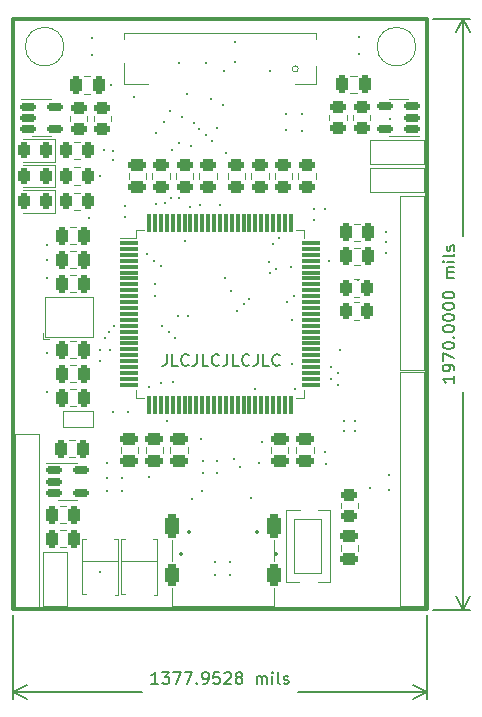
<source format=gto>
%TF.GenerationSoftware,KiCad,Pcbnew,(5.99.0-12605-g2e120528c8)*%
%TF.CreationDate,2021-09-29T20:44:58+08:00*%
%TF.ProjectId,openmv4,6f70656e-6d76-4342-9e6b-696361645f70,rev?*%
%TF.SameCoordinates,Original*%
%TF.FileFunction,Legend,Top*%
%TF.FilePolarity,Positive*%
%FSLAX46Y46*%
G04 Gerber Fmt 4.6, Leading zero omitted, Abs format (unit mm)*
G04 Created by KiCad (PCBNEW (5.99.0-12605-g2e120528c8)) date 2021-09-29 20:44:58*
%MOMM*%
%LPD*%
G01*
G04 APERTURE LIST*
G04 Aperture macros list*
%AMRoundRect*
0 Rectangle with rounded corners*
0 $1 Rounding radius*
0 $2 $3 $4 $5 $6 $7 $8 $9 X,Y pos of 4 corners*
0 Add a 4 corners polygon primitive as box body*
4,1,4,$2,$3,$4,$5,$6,$7,$8,$9,$2,$3,0*
0 Add four circle primitives for the rounded corners*
1,1,$1+$1,$2,$3*
1,1,$1+$1,$4,$5*
1,1,$1+$1,$6,$7*
1,1,$1+$1,$8,$9*
0 Add four rect primitives between the rounded corners*
20,1,$1+$1,$2,$3,$4,$5,0*
20,1,$1+$1,$4,$5,$6,$7,0*
20,1,$1+$1,$6,$7,$8,$9,0*
20,1,$1+$1,$8,$9,$2,$3,0*%
G04 Aperture macros list end*
%TA.AperFunction,Profile*%
%ADD10C,0.100000*%
%TD*%
%TA.AperFunction,Profile*%
%ADD11C,0.300000*%
%TD*%
%ADD12C,0.150000*%
%ADD13C,0.120000*%
%ADD14C,0.304800*%
%ADD15C,0.350000*%
%ADD16O,0.800000X1.100000*%
%ADD17RoundRect,0.250000X0.450000X-0.262500X0.450000X0.262500X-0.450000X0.262500X-0.450000X-0.262500X0*%
%ADD18RoundRect,0.250000X0.250000X0.475000X-0.250000X0.475000X-0.250000X-0.475000X0.250000X-0.475000X0*%
%ADD19RoundRect,0.250000X-0.250000X-0.475000X0.250000X-0.475000X0.250000X0.475000X-0.250000X0.475000X0*%
%ADD20RoundRect,0.150000X-0.512500X-0.150000X0.512500X-0.150000X0.512500X0.150000X-0.512500X0.150000X0*%
%ADD21R,1.800000X1.800000*%
%ADD22C,1.800000*%
%ADD23R,2.000000X2.000000*%
%ADD24R,1.380010X2.000000*%
%ADD25R,1.100000X1.800000*%
%ADD26R,0.300000X0.900000*%
%ADD27RoundRect,0.250000X-0.475000X0.250000X-0.475000X-0.250000X0.475000X-0.250000X0.475000X0.250000X0*%
%ADD28RoundRect,0.250000X0.475000X-0.250000X0.475000X0.250000X-0.475000X0.250000X-0.475000X-0.250000X0*%
%ADD29RoundRect,0.250000X-0.450000X0.262500X-0.450000X-0.262500X0.450000X-0.262500X0.450000X0.262500X0*%
%ADD30RoundRect,0.243750X0.243750X0.456250X-0.243750X0.456250X-0.243750X-0.456250X0.243750X-0.456250X0*%
%ADD31RoundRect,0.250000X0.262500X0.450000X-0.262500X0.450000X-0.262500X-0.450000X0.262500X-0.450000X0*%
%ADD32RoundRect,0.300000X-0.300000X-0.600000X0.300000X-0.600000X0.300000X0.600000X-0.300000X0.600000X0*%
%ADD33RoundRect,0.300000X-0.300000X-0.700000X0.300000X-0.700000X0.300000X0.700000X-0.300000X0.700000X0*%
%ADD34R,0.300000X1.300000*%
%ADD35R,1.400000X1.200000*%
%ADD36R,0.800000X0.864010*%
%ADD37RoundRect,0.250000X-0.262500X-0.450000X0.262500X-0.450000X0.262500X0.450000X-0.262500X0.450000X0*%
%ADD38RoundRect,0.075000X-0.725000X-0.075000X0.725000X-0.075000X0.725000X0.075000X-0.725000X0.075000X0*%
%ADD39RoundRect,0.075000X-0.075000X-0.725000X0.075000X-0.725000X0.075000X0.725000X-0.075000X0.725000X0*%
%ADD40RoundRect,0.150000X0.512500X0.150000X-0.512500X0.150000X-0.512500X-0.150000X0.512500X-0.150000X0*%
G04 APERTURE END LIST*
D10*
X134716772Y-68757800D02*
G75*
G03*
X134716772Y-68757800I-1635886J0D01*
G01*
D11*
X100634800Y-66382800D02*
X135634800Y-66382800D01*
X135634800Y-116382800D02*
X135634800Y-66382800D01*
X100634800Y-116382800D02*
X100634800Y-66382800D01*
X100634800Y-116382800D02*
X135634800Y-116382800D01*
D10*
X104927400Y-68757800D02*
G75*
G03*
X104927400Y-68757800I-1635886J0D01*
G01*
D12*
X113616752Y-94791180D02*
X113616752Y-95505466D01*
X113569133Y-95648323D01*
X113473895Y-95743561D01*
X113331038Y-95791180D01*
X113235800Y-95791180D01*
X114569133Y-95791180D02*
X114092942Y-95791180D01*
X114092942Y-94791180D01*
X115473895Y-95695942D02*
X115426276Y-95743561D01*
X115283419Y-95791180D01*
X115188180Y-95791180D01*
X115045323Y-95743561D01*
X114950085Y-95648323D01*
X114902466Y-95553085D01*
X114854847Y-95362609D01*
X114854847Y-95219752D01*
X114902466Y-95029276D01*
X114950085Y-94934038D01*
X115045323Y-94838800D01*
X115188180Y-94791180D01*
X115283419Y-94791180D01*
X115426276Y-94838800D01*
X115473895Y-94886419D01*
X116188180Y-94791180D02*
X116188180Y-95505466D01*
X116140561Y-95648323D01*
X116045323Y-95743561D01*
X115902466Y-95791180D01*
X115807228Y-95791180D01*
X117140561Y-95791180D02*
X116664371Y-95791180D01*
X116664371Y-94791180D01*
X118045323Y-95695942D02*
X117997704Y-95743561D01*
X117854847Y-95791180D01*
X117759609Y-95791180D01*
X117616752Y-95743561D01*
X117521514Y-95648323D01*
X117473895Y-95553085D01*
X117426276Y-95362609D01*
X117426276Y-95219752D01*
X117473895Y-95029276D01*
X117521514Y-94934038D01*
X117616752Y-94838800D01*
X117759609Y-94791180D01*
X117854847Y-94791180D01*
X117997704Y-94838800D01*
X118045323Y-94886419D01*
X118759609Y-94791180D02*
X118759609Y-95505466D01*
X118711990Y-95648323D01*
X118616752Y-95743561D01*
X118473895Y-95791180D01*
X118378657Y-95791180D01*
X119711990Y-95791180D02*
X119235800Y-95791180D01*
X119235800Y-94791180D01*
X120616752Y-95695942D02*
X120569133Y-95743561D01*
X120426276Y-95791180D01*
X120331038Y-95791180D01*
X120188180Y-95743561D01*
X120092942Y-95648323D01*
X120045323Y-95553085D01*
X119997704Y-95362609D01*
X119997704Y-95219752D01*
X120045323Y-95029276D01*
X120092942Y-94934038D01*
X120188180Y-94838800D01*
X120331038Y-94791180D01*
X120426276Y-94791180D01*
X120569133Y-94838800D01*
X120616752Y-94886419D01*
X121331038Y-94791180D02*
X121331038Y-95505466D01*
X121283419Y-95648323D01*
X121188180Y-95743561D01*
X121045323Y-95791180D01*
X120950085Y-95791180D01*
X122283419Y-95791180D02*
X121807228Y-95791180D01*
X121807228Y-94791180D01*
X123188180Y-95695942D02*
X123140561Y-95743561D01*
X122997704Y-95791180D01*
X122902466Y-95791180D01*
X122759609Y-95743561D01*
X122664371Y-95648323D01*
X122616752Y-95553085D01*
X122569133Y-95362609D01*
X122569133Y-95219752D01*
X122616752Y-95029276D01*
X122664371Y-94934038D01*
X122759609Y-94838800D01*
X122902466Y-94791180D01*
X122997704Y-94791180D01*
X123140561Y-94838800D01*
X123188180Y-94886419D01*
X112896704Y-122708180D02*
X112325276Y-122708180D01*
X112610990Y-122708180D02*
X112610990Y-121708180D01*
X112515752Y-121851038D01*
X112420514Y-121946276D01*
X112325276Y-121993895D01*
X113230038Y-121708180D02*
X113849085Y-121708180D01*
X113515752Y-122089133D01*
X113658609Y-122089133D01*
X113753847Y-122136752D01*
X113801466Y-122184371D01*
X113849085Y-122279609D01*
X113849085Y-122517704D01*
X113801466Y-122612942D01*
X113753847Y-122660561D01*
X113658609Y-122708180D01*
X113372895Y-122708180D01*
X113277657Y-122660561D01*
X113230038Y-122612942D01*
X114182419Y-121708180D02*
X114849085Y-121708180D01*
X114420514Y-122708180D01*
X115134800Y-121708180D02*
X115801466Y-121708180D01*
X115372895Y-122708180D01*
X116182419Y-122612942D02*
X116230038Y-122660561D01*
X116182419Y-122708180D01*
X116134800Y-122660561D01*
X116182419Y-122612942D01*
X116182419Y-122708180D01*
X116706228Y-122708180D02*
X116896704Y-122708180D01*
X116991942Y-122660561D01*
X117039561Y-122612942D01*
X117134800Y-122470085D01*
X117182419Y-122279609D01*
X117182419Y-121898657D01*
X117134800Y-121803419D01*
X117087180Y-121755800D01*
X116991942Y-121708180D01*
X116801466Y-121708180D01*
X116706228Y-121755800D01*
X116658609Y-121803419D01*
X116610990Y-121898657D01*
X116610990Y-122136752D01*
X116658609Y-122231990D01*
X116706228Y-122279609D01*
X116801466Y-122327228D01*
X116991942Y-122327228D01*
X117087180Y-122279609D01*
X117134800Y-122231990D01*
X117182419Y-122136752D01*
X118087180Y-121708180D02*
X117610990Y-121708180D01*
X117563371Y-122184371D01*
X117610990Y-122136752D01*
X117706228Y-122089133D01*
X117944323Y-122089133D01*
X118039561Y-122136752D01*
X118087180Y-122184371D01*
X118134800Y-122279609D01*
X118134800Y-122517704D01*
X118087180Y-122612942D01*
X118039561Y-122660561D01*
X117944323Y-122708180D01*
X117706228Y-122708180D01*
X117610990Y-122660561D01*
X117563371Y-122612942D01*
X118515752Y-121803419D02*
X118563371Y-121755800D01*
X118658609Y-121708180D01*
X118896704Y-121708180D01*
X118991942Y-121755800D01*
X119039561Y-121803419D01*
X119087180Y-121898657D01*
X119087180Y-121993895D01*
X119039561Y-122136752D01*
X118468133Y-122708180D01*
X119087180Y-122708180D01*
X119658609Y-122136752D02*
X119563371Y-122089133D01*
X119515752Y-122041514D01*
X119468133Y-121946276D01*
X119468133Y-121898657D01*
X119515752Y-121803419D01*
X119563371Y-121755800D01*
X119658609Y-121708180D01*
X119849085Y-121708180D01*
X119944323Y-121755800D01*
X119991942Y-121803419D01*
X120039561Y-121898657D01*
X120039561Y-121946276D01*
X119991942Y-122041514D01*
X119944323Y-122089133D01*
X119849085Y-122136752D01*
X119658609Y-122136752D01*
X119563371Y-122184371D01*
X119515752Y-122231990D01*
X119468133Y-122327228D01*
X119468133Y-122517704D01*
X119515752Y-122612942D01*
X119563371Y-122660561D01*
X119658609Y-122708180D01*
X119849085Y-122708180D01*
X119944323Y-122660561D01*
X119991942Y-122612942D01*
X120039561Y-122517704D01*
X120039561Y-122327228D01*
X119991942Y-122231990D01*
X119944323Y-122184371D01*
X119849085Y-122136752D01*
X121230038Y-122708180D02*
X121230038Y-122041514D01*
X121230038Y-122136752D02*
X121277657Y-122089133D01*
X121372895Y-122041514D01*
X121515752Y-122041514D01*
X121610990Y-122089133D01*
X121658609Y-122184371D01*
X121658609Y-122708180D01*
X121658609Y-122184371D02*
X121706228Y-122089133D01*
X121801466Y-122041514D01*
X121944323Y-122041514D01*
X122039561Y-122089133D01*
X122087180Y-122184371D01*
X122087180Y-122708180D01*
X122563371Y-122708180D02*
X122563371Y-122041514D01*
X122563371Y-121708180D02*
X122515752Y-121755800D01*
X122563371Y-121803419D01*
X122610990Y-121755800D01*
X122563371Y-121708180D01*
X122563371Y-121803419D01*
X123182419Y-122708180D02*
X123087180Y-122660561D01*
X123039561Y-122565323D01*
X123039561Y-121708180D01*
X123515752Y-122660561D02*
X123610990Y-122708180D01*
X123801466Y-122708180D01*
X123896704Y-122660561D01*
X123944323Y-122565323D01*
X123944323Y-122517704D01*
X123896704Y-122422466D01*
X123801466Y-122374847D01*
X123658609Y-122374847D01*
X123563371Y-122327228D01*
X123515752Y-122231990D01*
X123515752Y-122184371D01*
X123563371Y-122089133D01*
X123658609Y-122041514D01*
X123801466Y-122041514D01*
X123896704Y-122089133D01*
X100634800Y-116882800D02*
X100634800Y-123992220D01*
X135634800Y-116882800D02*
X135634800Y-123992220D01*
X100634800Y-123405800D02*
X111559800Y-123405800D01*
X124709800Y-123405800D02*
X135634800Y-123405800D01*
X100634800Y-123405800D02*
X101761304Y-123992221D01*
X100634800Y-123405800D02*
X101761304Y-122819379D01*
X135634800Y-123405800D02*
X134508296Y-122819379D01*
X135634800Y-123405800D02*
X134508296Y-123992221D01*
X137985180Y-96639895D02*
X137985180Y-97211323D01*
X137985180Y-96925609D02*
X136985180Y-96925609D01*
X137128038Y-97020847D01*
X137223276Y-97116085D01*
X137270895Y-97211323D01*
X137985180Y-96163704D02*
X137985180Y-95973228D01*
X137937561Y-95877990D01*
X137889942Y-95830371D01*
X137747085Y-95735133D01*
X137556609Y-95687514D01*
X137175657Y-95687514D01*
X137080419Y-95735133D01*
X137032800Y-95782752D01*
X136985180Y-95877990D01*
X136985180Y-96068466D01*
X137032800Y-96163704D01*
X137080419Y-96211323D01*
X137175657Y-96258942D01*
X137413752Y-96258942D01*
X137508990Y-96211323D01*
X137556609Y-96163704D01*
X137604228Y-96068466D01*
X137604228Y-95877990D01*
X137556609Y-95782752D01*
X137508990Y-95735133D01*
X137413752Y-95687514D01*
X136985180Y-95354180D02*
X136985180Y-94687514D01*
X137985180Y-95116085D01*
X136985180Y-94116085D02*
X136985180Y-94020847D01*
X137032800Y-93925609D01*
X137080419Y-93877990D01*
X137175657Y-93830371D01*
X137366133Y-93782752D01*
X137604228Y-93782752D01*
X137794704Y-93830371D01*
X137889942Y-93877990D01*
X137937561Y-93925609D01*
X137985180Y-94020847D01*
X137985180Y-94116085D01*
X137937561Y-94211323D01*
X137889942Y-94258942D01*
X137794704Y-94306561D01*
X137604228Y-94354180D01*
X137366133Y-94354180D01*
X137175657Y-94306561D01*
X137080419Y-94258942D01*
X137032800Y-94211323D01*
X136985180Y-94116085D01*
X137889942Y-93354180D02*
X137937561Y-93306561D01*
X137985180Y-93354180D01*
X137937561Y-93401800D01*
X137889942Y-93354180D01*
X137985180Y-93354180D01*
X136985180Y-92687514D02*
X136985180Y-92592276D01*
X137032800Y-92497038D01*
X137080419Y-92449419D01*
X137175657Y-92401800D01*
X137366133Y-92354180D01*
X137604228Y-92354180D01*
X137794704Y-92401800D01*
X137889942Y-92449419D01*
X137937561Y-92497038D01*
X137985180Y-92592276D01*
X137985180Y-92687514D01*
X137937561Y-92782752D01*
X137889942Y-92830371D01*
X137794704Y-92877990D01*
X137604228Y-92925609D01*
X137366133Y-92925609D01*
X137175657Y-92877990D01*
X137080419Y-92830371D01*
X137032800Y-92782752D01*
X136985180Y-92687514D01*
X136985180Y-91735133D02*
X136985180Y-91639895D01*
X137032800Y-91544657D01*
X137080419Y-91497038D01*
X137175657Y-91449419D01*
X137366133Y-91401800D01*
X137604228Y-91401800D01*
X137794704Y-91449419D01*
X137889942Y-91497038D01*
X137937561Y-91544657D01*
X137985180Y-91639895D01*
X137985180Y-91735133D01*
X137937561Y-91830371D01*
X137889942Y-91877990D01*
X137794704Y-91925609D01*
X137604228Y-91973228D01*
X137366133Y-91973228D01*
X137175657Y-91925609D01*
X137080419Y-91877990D01*
X137032800Y-91830371D01*
X136985180Y-91735133D01*
X136985180Y-90782752D02*
X136985180Y-90687514D01*
X137032800Y-90592276D01*
X137080419Y-90544657D01*
X137175657Y-90497038D01*
X137366133Y-90449419D01*
X137604228Y-90449419D01*
X137794704Y-90497038D01*
X137889942Y-90544657D01*
X137937561Y-90592276D01*
X137985180Y-90687514D01*
X137985180Y-90782752D01*
X137937561Y-90877990D01*
X137889942Y-90925609D01*
X137794704Y-90973228D01*
X137604228Y-91020847D01*
X137366133Y-91020847D01*
X137175657Y-90973228D01*
X137080419Y-90925609D01*
X137032800Y-90877990D01*
X136985180Y-90782752D01*
X136985180Y-89830371D02*
X136985180Y-89735133D01*
X137032800Y-89639895D01*
X137080419Y-89592276D01*
X137175657Y-89544657D01*
X137366133Y-89497038D01*
X137604228Y-89497038D01*
X137794704Y-89544657D01*
X137889942Y-89592276D01*
X137937561Y-89639895D01*
X137985180Y-89735133D01*
X137985180Y-89830371D01*
X137937561Y-89925609D01*
X137889942Y-89973228D01*
X137794704Y-90020847D01*
X137604228Y-90068466D01*
X137366133Y-90068466D01*
X137175657Y-90020847D01*
X137080419Y-89973228D01*
X137032800Y-89925609D01*
X136985180Y-89830371D01*
X137985180Y-88306561D02*
X137318514Y-88306561D01*
X137413752Y-88306561D02*
X137366133Y-88258942D01*
X137318514Y-88163704D01*
X137318514Y-88020847D01*
X137366133Y-87925609D01*
X137461371Y-87877990D01*
X137985180Y-87877990D01*
X137461371Y-87877990D02*
X137366133Y-87830371D01*
X137318514Y-87735133D01*
X137318514Y-87592276D01*
X137366133Y-87497038D01*
X137461371Y-87449419D01*
X137985180Y-87449419D01*
X137985180Y-86973228D02*
X137318514Y-86973228D01*
X136985180Y-86973228D02*
X137032800Y-87020847D01*
X137080419Y-86973228D01*
X137032800Y-86925609D01*
X136985180Y-86973228D01*
X137080419Y-86973228D01*
X137985180Y-86354180D02*
X137937561Y-86449419D01*
X137842323Y-86497038D01*
X136985180Y-86497038D01*
X137937561Y-86020847D02*
X137985180Y-85925609D01*
X137985180Y-85735133D01*
X137937561Y-85639895D01*
X137842323Y-85592276D01*
X137794704Y-85592276D01*
X137699466Y-85639895D01*
X137651847Y-85735133D01*
X137651847Y-85877990D01*
X137604228Y-85973228D01*
X137508990Y-86020847D01*
X137461371Y-86020847D01*
X137366133Y-85973228D01*
X137318514Y-85877990D01*
X137318514Y-85735133D01*
X137366133Y-85639895D01*
X136134800Y-66382800D02*
X139269220Y-66382800D01*
X136134800Y-116420800D02*
X139269220Y-116420800D01*
X138682800Y-66382800D02*
X138682800Y-84826800D01*
X138682800Y-97976800D02*
X138682800Y-116420800D01*
X138682800Y-66382800D02*
X138096379Y-67509304D01*
X138682800Y-66382800D02*
X139269221Y-67509304D01*
X138682800Y-116420800D02*
X139269221Y-115294296D01*
X138682800Y-116420800D02*
X138096379Y-115294296D01*
D13*
%TO.C,R11*%
X114403200Y-79937664D02*
X114403200Y-79483536D01*
X115873200Y-79937664D02*
X115873200Y-79483536D01*
%TO.C,C18*%
X105849052Y-103528800D02*
X105326548Y-103528800D01*
X105849052Y-102058800D02*
X105326548Y-102058800D01*
%TO.C,C1*%
X105453548Y-95708800D02*
X105976052Y-95708800D01*
X105453548Y-97178800D02*
X105976052Y-97178800D01*
%TO.C,U5*%
X105206800Y-107147800D02*
X106006800Y-107147800D01*
X105206800Y-104027800D02*
X103406800Y-104027800D01*
X105206800Y-104027800D02*
X106006800Y-104027800D01*
X105206800Y-107147800D02*
X104406800Y-107147800D01*
%TO.C,J2*%
X133400800Y-95973800D02*
X133400800Y-81368800D01*
X135432800Y-81368800D02*
X135432800Y-96100800D01*
X133400800Y-96100800D02*
X133400800Y-95973800D01*
X135432800Y-81368800D02*
X133400800Y-81368800D01*
X135432800Y-96100800D02*
X133400800Y-96100800D01*
%TO.C,J5*%
X135380800Y-76657200D02*
X135380800Y-78689200D01*
X130808800Y-76657200D02*
X135380800Y-76657200D01*
X130808800Y-78689200D02*
X130808800Y-76657200D01*
X135253800Y-78689200D02*
X130808800Y-78689200D01*
X135380800Y-78689200D02*
X135253800Y-78689200D01*
%TO.C,C9*%
X105976052Y-97740800D02*
X105453548Y-97740800D01*
X105976052Y-99210800D02*
X105453548Y-99210800D01*
%TO.C,D5*%
X112826800Y-112293400D02*
X109778800Y-112293400D01*
X109778800Y-115138200D02*
X110134400Y-115138200D01*
X109778800Y-115138200D02*
X109778800Y-110413800D01*
X112826800Y-110439200D02*
X112496600Y-110439200D01*
X109778800Y-110413800D02*
X110083600Y-110413800D01*
X112826800Y-115163600D02*
X112547400Y-115163600D01*
X112826800Y-110439200D02*
X112826800Y-115163600D01*
%TO.C,SW1*%
X126669800Y-113334800D02*
X126669800Y-108762800D01*
X126415800Y-108000800D02*
X126796800Y-108000800D01*
X127431800Y-108000800D02*
X126415800Y-108000800D01*
X124383800Y-108762800D02*
X124383800Y-113334800D01*
X126669800Y-108762800D02*
X124383800Y-108762800D01*
X123748800Y-108000800D02*
X124891800Y-108000800D01*
X127431800Y-108000800D02*
X127431800Y-114096800D01*
X124383800Y-113334800D02*
X126669800Y-113334800D01*
X123748800Y-114096800D02*
X123748800Y-108000800D01*
X123748800Y-114096800D02*
X124891800Y-114096800D01*
X127431800Y-114096800D02*
X126415800Y-114096800D01*
%TO.C,F1*%
X126288800Y-71907400D02*
X126288800Y-70383400D01*
X110032800Y-70129400D02*
X110032800Y-71907400D01*
X126288800Y-68097400D02*
X126288800Y-67589400D01*
X110032800Y-67589400D02*
X110032800Y-68097400D01*
X110032800Y-71907400D02*
X112064800Y-71907400D01*
X126288800Y-67589400D02*
X110032800Y-67589400D01*
X124510800Y-71907400D02*
X126288800Y-71907400D01*
X124764800Y-70637400D02*
G75*
G03*
X124764800Y-70637400I-254000J0D01*
G01*
%TO.C,J4*%
X105206800Y-111556800D02*
X105206800Y-116128800D01*
X103174800Y-116001800D02*
X103174800Y-111556800D01*
X103174800Y-116128800D02*
X103174800Y-116001800D01*
X105206800Y-116128800D02*
X103174800Y-116128800D01*
X103174800Y-111556800D02*
X105206800Y-111556800D01*
%TO.C,C2*%
X110415400Y-79469348D02*
X110415400Y-79991852D01*
X111885400Y-79469348D02*
X111885400Y-79991852D01*
%TO.C,C20*%
X107169852Y-71274000D02*
X106647348Y-71274000D01*
X107169852Y-72744000D02*
X106647348Y-72744000D01*
%TO.C,C5*%
X113307800Y-103182052D02*
X113307800Y-102659548D01*
X111837800Y-103182052D02*
X111837800Y-102659548D01*
%TO.C,R7*%
X118797400Y-79483536D02*
X118797400Y-79937664D01*
X120267400Y-79483536D02*
X120267400Y-79937664D01*
%TO.C,C12*%
X123925000Y-102659548D02*
X123925000Y-103182052D01*
X122455000Y-102659548D02*
X122455000Y-103182052D01*
%TO.C,R13*%
X128347800Y-107846864D02*
X128347800Y-107392736D01*
X129817800Y-107846864D02*
X129817800Y-107392736D01*
%TO.C,J6*%
X130808800Y-79019400D02*
X135380800Y-79019400D01*
X135380800Y-81051400D02*
X135253800Y-81051400D01*
X130808800Y-81051400D02*
X130808800Y-79019400D01*
X135380800Y-79019400D02*
X135380800Y-81051400D01*
X135253800Y-81051400D02*
X130808800Y-81051400D01*
%TO.C,D2*%
X104174000Y-78745200D02*
X101489000Y-78745200D01*
X104174000Y-80665200D02*
X104174000Y-78745200D01*
X101489000Y-80665200D02*
X104174000Y-80665200D01*
%TO.C,C4*%
X126058600Y-103182052D02*
X126058600Y-102659548D01*
X124588600Y-103182052D02*
X124588600Y-102659548D01*
%TO.C,R3*%
X106272064Y-80440200D02*
X105817936Y-80440200D01*
X106272064Y-78970200D02*
X105817936Y-78970200D01*
%TO.C,R2*%
X106272064Y-76811200D02*
X105817936Y-76811200D01*
X106272064Y-78281200D02*
X105817936Y-78281200D01*
%TO.C,U8*%
X122706800Y-114599800D02*
X122706800Y-116123800D01*
X114070800Y-110535800D02*
X114070800Y-112313800D01*
X122706800Y-110535800D02*
X122706800Y-112313800D01*
X114070800Y-116123800D02*
X114070800Y-114599800D01*
X122706800Y-116123800D02*
X114324800Y-116123800D01*
X114324800Y-116123800D02*
X114070800Y-116123800D01*
%TO.C,C13*%
X105976052Y-88088800D02*
X105453548Y-88088800D01*
X105976052Y-89558800D02*
X105453548Y-89558800D01*
%TO.C,C19*%
X129177148Y-72693200D02*
X129699652Y-72693200D01*
X129177148Y-71223200D02*
X129699652Y-71223200D01*
%TO.C,C7*%
X105453548Y-84024800D02*
X105976052Y-84024800D01*
X105453548Y-85494800D02*
X105976052Y-85494800D01*
%TO.C,C16*%
X105087052Y-109116800D02*
X104564548Y-109116800D01*
X105087052Y-107646800D02*
X104564548Y-107646800D01*
%TO.C,C8*%
X111199600Y-102659548D02*
X111199600Y-103182052D01*
X109729600Y-102659548D02*
X109729600Y-103182052D01*
%TO.C,C14*%
X113946000Y-102659548D02*
X113946000Y-103182052D01*
X115416000Y-102659548D02*
X115416000Y-103182052D01*
%TO.C,D3*%
X104174000Y-80904200D02*
X101489000Y-80904200D01*
X104174000Y-82824200D02*
X104174000Y-80904200D01*
X101489000Y-82824200D02*
X104174000Y-82824200D01*
%TO.C,C10*%
X129487348Y-87247400D02*
X130009852Y-87247400D01*
X129487348Y-85777400D02*
X130009852Y-85777400D01*
%TO.C,R17*%
X107449800Y-74595736D02*
X107449800Y-75049864D01*
X108919800Y-74595736D02*
X108919800Y-75049864D01*
%TO.C,R9*%
X129919464Y-88444400D02*
X129465336Y-88444400D01*
X129919464Y-89914400D02*
X129465336Y-89914400D01*
%TO.C,R1*%
X116384400Y-79932264D02*
X116384400Y-79478136D01*
X117854400Y-79932264D02*
X117854400Y-79478136D01*
%TO.C,Y1*%
X103124000Y-92989400D02*
X103124000Y-93497400D01*
X103124000Y-93497400D02*
X103632000Y-93497400D01*
X103301800Y-89916000D02*
X103301800Y-93319600D01*
X107365800Y-93319600D02*
X107365800Y-89966800D01*
X103327200Y-93319600D02*
X107365800Y-93319600D01*
X107365800Y-89916000D02*
X103301800Y-89916000D01*
%TO.C,R6*%
X124229800Y-79483536D02*
X124229800Y-79937664D01*
X122759800Y-79483536D02*
X122759800Y-79937664D01*
%TO.C,R5*%
X124766400Y-79483536D02*
X124766400Y-79937664D01*
X126236400Y-79483536D02*
X126236400Y-79937664D01*
%TO.C,C11*%
X105453548Y-93676800D02*
X105976052Y-93676800D01*
X105453548Y-95146800D02*
X105976052Y-95146800D01*
%TO.C,R4*%
X106272064Y-82599200D02*
X105817936Y-82599200D01*
X106272064Y-81129200D02*
X105817936Y-81129200D01*
%TO.C,U7*%
X103057300Y-73217600D02*
X103857300Y-73217600D01*
X103057300Y-76337600D02*
X103857300Y-76337600D01*
X103057300Y-73217600D02*
X101257300Y-73217600D01*
X103057300Y-76337600D02*
X102257300Y-76337600D01*
%TO.C,R12*%
X113892000Y-79937664D02*
X113892000Y-79483536D01*
X112422000Y-79937664D02*
X112422000Y-79483536D01*
%TO.C,L1*%
X107365800Y-99618800D02*
X107365800Y-100990400D01*
X104825800Y-99618800D02*
X105816400Y-99618800D01*
X107365800Y-100990400D02*
X104825800Y-100990400D01*
X104825800Y-100990400D02*
X104825800Y-99618800D01*
X105816400Y-99618800D02*
X107365800Y-99618800D01*
%TO.C,C17*%
X128347800Y-110914548D02*
X128347800Y-111437052D01*
X129817800Y-110914548D02*
X129817800Y-111437052D01*
%TO.C,J1*%
X100761800Y-116255800D02*
X100761800Y-101523800D01*
X100761800Y-101523800D02*
X102793800Y-101523800D01*
X102793800Y-101650800D02*
X102793800Y-116255800D01*
X100761800Y-116255800D02*
X102793800Y-116255800D01*
X102793800Y-101523800D02*
X102793800Y-101650800D01*
%TO.C,R8*%
X129465336Y-90400200D02*
X129919464Y-90400200D01*
X129465336Y-91870200D02*
X129919464Y-91870200D01*
%TO.C,R16*%
X105439800Y-74595736D02*
X105439800Y-75049864D01*
X106909800Y-74595736D02*
X106909800Y-75049864D01*
%TO.C,R15*%
X128876800Y-74525136D02*
X128876800Y-74979264D01*
X127406800Y-74525136D02*
X127406800Y-74979264D01*
%TO.C,U2*%
X111024800Y-98492800D02*
X111024800Y-97792800D01*
X124544800Y-98492800D02*
X125244800Y-98492800D01*
X125244800Y-84272800D02*
X125244800Y-84972800D01*
X111024800Y-84972800D02*
X109659800Y-84972800D01*
X111724800Y-98492800D02*
X111024800Y-98492800D01*
X125244800Y-98492800D02*
X125244800Y-97792800D01*
X124544800Y-84272800D02*
X125244800Y-84272800D01*
X111024800Y-84272800D02*
X111024800Y-84972800D01*
X111724800Y-84272800D02*
X111024800Y-84272800D01*
%TO.C,R10*%
X122248600Y-79483536D02*
X122248600Y-79937664D01*
X120778600Y-79483536D02*
X120778600Y-79937664D01*
%TO.C,C6*%
X105453548Y-86056800D02*
X105976052Y-86056800D01*
X105453548Y-87526800D02*
X105976052Y-87526800D01*
%TO.C,J3*%
X133400800Y-116141500D02*
X133400800Y-96304100D01*
X133400800Y-96329500D02*
X135432800Y-96329500D01*
X133400800Y-116141500D02*
X135432800Y-116141500D01*
X135432800Y-96329500D02*
X135432800Y-116141500D01*
%TO.C,C3*%
X130009852Y-83745400D02*
X129487348Y-83745400D01*
X130009852Y-85215400D02*
X129487348Y-85215400D01*
%TO.C,R14*%
X130859800Y-74525736D02*
X130859800Y-74979864D01*
X129389800Y-74525736D02*
X129389800Y-74979864D01*
%TO.C,U6*%
X133221800Y-76324800D02*
X132421800Y-76324800D01*
X133221800Y-76324800D02*
X135021800Y-76324800D01*
X133221800Y-73204800D02*
X134021800Y-73204800D01*
X133221800Y-73204800D02*
X132421800Y-73204800D01*
%TO.C,D4*%
X109524800Y-110439200D02*
X109524800Y-115163600D01*
X106476800Y-115138200D02*
X106476800Y-110413800D01*
X106476800Y-110413800D02*
X106781600Y-110413800D01*
X106476800Y-115138200D02*
X106832400Y-115138200D01*
X109524800Y-115163600D02*
X109245400Y-115163600D01*
X109524800Y-112293400D02*
X106476800Y-112293400D01*
X109524800Y-110439200D02*
X109194600Y-110439200D01*
%TO.C,C15*%
X105087052Y-109678800D02*
X104564548Y-109678800D01*
X105087052Y-111148800D02*
X104564548Y-111148800D01*
%TO.C,D1*%
X104174000Y-76586200D02*
X101489000Y-76586200D01*
X104174000Y-78506200D02*
X104174000Y-76586200D01*
X101489000Y-78506200D02*
X104174000Y-78506200D01*
%TD*%
D14*
X125069600Y-75869800D03*
X123748800Y-74472800D03*
X107264200Y-69494400D03*
X125069600Y-74498200D03*
X108583800Y-105244800D03*
X128649800Y-100418800D03*
X103503800Y-88353800D03*
X132205800Y-86194800D03*
X110845600Y-72999600D03*
X129538800Y-101307800D03*
X114681000Y-70104000D03*
X132459800Y-106260800D03*
X116992400Y-70104000D03*
X109118400Y-78384400D03*
X126998800Y-82511800D03*
X112647800Y-89877800D03*
X116711800Y-103847800D03*
X126109800Y-82511800D03*
X117727800Y-112356800D03*
X121664800Y-102196800D03*
X108583800Y-106387800D03*
X124204800Y-95592800D03*
X121410800Y-103974800D03*
X107264200Y-68021200D03*
X126109800Y-83400800D03*
X117854800Y-104863800D03*
X108583800Y-103974800D03*
X129870200Y-69418200D03*
X109091800Y-99656800D03*
X110107800Y-83146800D03*
X129895600Y-67945000D03*
X132205800Y-85305800D03*
X118997800Y-112356800D03*
X108837800Y-94449800D03*
X112647800Y-88861800D03*
X110107800Y-82257800D03*
X103503800Y-85559800D03*
X109853800Y-106387800D03*
X103503800Y-94703800D03*
X116711800Y-104863800D03*
X117854800Y-103847800D03*
X128649800Y-101307800D03*
X118997800Y-113499800D03*
X114552800Y-91528800D03*
X109093000Y-77571600D03*
X132205800Y-84416800D03*
X103503800Y-86829800D03*
X129538800Y-100418800D03*
X110361800Y-99656800D03*
X107948800Y-94449800D03*
X115441800Y-91528800D03*
X117727800Y-113499800D03*
X107948800Y-95338800D03*
X127125800Y-104101800D03*
X109853800Y-105244800D03*
X103503800Y-98005800D03*
X132459800Y-104990800D03*
X128295400Y-94462600D03*
X123748800Y-75844400D03*
X127050800Y-103098600D03*
X130860800Y-106106800D03*
X129792800Y-88480800D03*
X116535200Y-101955600D03*
X112154800Y-105202800D03*
X112144800Y-97612800D03*
X116654800Y-106362800D03*
X120734800Y-107002800D03*
X119405400Y-68402200D03*
X119380000Y-70078600D03*
X122377200Y-70789800D03*
X118465600Y-70840600D03*
X108940600Y-71983600D03*
X114071400Y-77546200D03*
X114019400Y-81597400D03*
X114705200Y-81572000D03*
X114681000Y-76936600D03*
X118618000Y-77724000D03*
X118541800Y-88366600D03*
X115619600Y-82308600D03*
X115646200Y-77190600D03*
X118134200Y-82181600D03*
X117475000Y-76708000D03*
X116941600Y-76200000D03*
X113105000Y-97193000D03*
X113155800Y-87312400D03*
X118387430Y-73688970D03*
X119075200Y-89433400D03*
X117906800Y-75641200D03*
X117396830Y-73231770D03*
X112571600Y-86880600D03*
X116420900Y-82181700D03*
X116382800Y-75717400D03*
X114146400Y-97167600D03*
X115900200Y-75184000D03*
X111987400Y-86347200D03*
X115382800Y-72749170D03*
X120144800Y-90522800D03*
X114884200Y-74701400D03*
X112725200Y-82042000D03*
X112750600Y-76073000D03*
X120614800Y-90122800D03*
X113866230Y-74196970D03*
X113385600Y-75158600D03*
X113460600Y-82003800D03*
X115137000Y-85204200D03*
X113224800Y-92382800D03*
X113844800Y-92882800D03*
X114354800Y-93382800D03*
X108004610Y-113203990D03*
X124224800Y-91882800D03*
X124128600Y-87439400D03*
X127379800Y-86880600D03*
X127572400Y-95882800D03*
X128116400Y-96380200D03*
X127557600Y-96888200D03*
X128104800Y-97382800D03*
X119344800Y-103662800D03*
X119834800Y-104312800D03*
X113634800Y-100462800D03*
X132561400Y-74841000D03*
X109143800Y-92379800D03*
X108331000Y-77546200D03*
X108762800Y-92887800D03*
X107975400Y-79705200D03*
X108381800Y-93395800D03*
X107061000Y-83235800D03*
X123138000Y-84975600D03*
X122630000Y-85458200D03*
X122401400Y-87896600D03*
X123823800Y-90385800D03*
X124408000Y-89877800D03*
X122299800Y-86982200D03*
X121106000Y-97701000D03*
X124458800Y-97701000D03*
X122909400Y-87541000D03*
X115794800Y-107042800D03*
X119604800Y-91162800D03*
D15*
X134416800Y-95084800D03*
X134416800Y-92544800D03*
X134416800Y-90004800D03*
X134416800Y-87464800D03*
X134416800Y-84924800D03*
X134416800Y-82384800D03*
X134364800Y-77673200D03*
X131824800Y-77673200D03*
X104190800Y-115112800D03*
X104190800Y-112572800D03*
X134364800Y-80035400D03*
X131824800Y-80035400D03*
X115500770Y-109871290D03*
X121280790Y-109871290D03*
D16*
X122710760Y-113521270D03*
X114070800Y-113521270D03*
X122710760Y-109341280D03*
X114070800Y-109341280D03*
D15*
X101777800Y-102539800D03*
X101777800Y-105079800D03*
X101777800Y-107619800D03*
X101777800Y-110159800D03*
X101777800Y-112699800D03*
X101777800Y-115239800D03*
X134416800Y-97345500D03*
X134416800Y-99885500D03*
X134416800Y-102425500D03*
X134416800Y-104965500D03*
X134416800Y-107505500D03*
X134416800Y-110045500D03*
X134416800Y-112585500D03*
X134416800Y-115125500D03*
X114839750Y-111697780D03*
X122839730Y-111697780D03*
%LPC*%
D17*
%TO.C,R11*%
X115138200Y-80623100D03*
X115138200Y-78798100D03*
%TD*%
D18*
%TO.C,C18*%
X106537800Y-102793800D03*
X104637800Y-102793800D03*
%TD*%
D19*
%TO.C,C1*%
X104764800Y-96443800D03*
X106664800Y-96443800D03*
%TD*%
D20*
%TO.C,U5*%
X104069300Y-104637800D03*
X104069300Y-105587800D03*
X104069300Y-106537800D03*
X106344300Y-106537800D03*
X106344300Y-104637800D03*
%TD*%
D21*
%TO.C,J2*%
X134416800Y-95084800D03*
D22*
X134416800Y-92544800D03*
X134416800Y-90004800D03*
X134416800Y-87464800D03*
X134416800Y-84924800D03*
X134416800Y-82384800D03*
%TD*%
D21*
%TO.C,J5*%
X134364800Y-77673200D03*
D22*
X131824800Y-77673200D03*
%TD*%
D18*
%TO.C,C9*%
X106664800Y-98475800D03*
X104764800Y-98475800D03*
%TD*%
D23*
%TO.C,D5*%
X111306610Y-110722950D03*
X111306610Y-115123090D03*
%TD*%
D24*
%TO.C,SW1*%
X125631780Y-115000780D03*
X125631780Y-107000800D03*
%TD*%
D25*
%TO.C,F1*%
X126035410Y-69195090D03*
X110235390Y-69195090D03*
D26*
X123885380Y-71895030D03*
X123385380Y-71895030D03*
X122885380Y-71895030D03*
X122385380Y-71895030D03*
X121885380Y-71895030D03*
X121385380Y-71895030D03*
X120885380Y-71895030D03*
X120385380Y-71895030D03*
X119885390Y-71895030D03*
X119385390Y-71895030D03*
X118885390Y-71895030D03*
X118385390Y-71895030D03*
X117885390Y-71895030D03*
X117385360Y-71895030D03*
X116885370Y-71895030D03*
X116385370Y-71895030D03*
X115885370Y-71895030D03*
X115385370Y-71895030D03*
X114885370Y-71895030D03*
X114385370Y-71895030D03*
X113885370Y-71895030D03*
X113385370Y-71895030D03*
X112885370Y-71895030D03*
X112385370Y-71895030D03*
%TD*%
D21*
%TO.C,J4*%
X104190800Y-115112800D03*
D22*
X104190800Y-112572800D03*
%TD*%
D27*
%TO.C,C2*%
X111150400Y-78780600D03*
X111150400Y-80680600D03*
%TD*%
D18*
%TO.C,C20*%
X107858600Y-72009000D03*
X105958600Y-72009000D03*
%TD*%
D28*
%TO.C,C5*%
X112572800Y-103870800D03*
X112572800Y-101970800D03*
%TD*%
D29*
%TO.C,R7*%
X119532400Y-78798100D03*
X119532400Y-80623100D03*
%TD*%
D27*
%TO.C,C12*%
X123190000Y-101970800D03*
X123190000Y-103870800D03*
%TD*%
D17*
%TO.C,R13*%
X129082800Y-108532300D03*
X129082800Y-106707300D03*
%TD*%
D21*
%TO.C,J6*%
X134364800Y-80035400D03*
D22*
X131824800Y-80035400D03*
%TD*%
D30*
%TO.C,D2*%
X103426500Y-79705200D03*
X101551500Y-79705200D03*
%TD*%
D28*
%TO.C,C4*%
X125323600Y-103870800D03*
X125323600Y-101970800D03*
%TD*%
D31*
%TO.C,R3*%
X106957500Y-79705200D03*
X105132500Y-79705200D03*
%TD*%
%TO.C,R2*%
X106957500Y-77546200D03*
X105132500Y-77546200D03*
%TD*%
D32*
%TO.C,U8*%
X122710760Y-113521270D03*
X114070800Y-113521270D03*
D33*
X122710760Y-109341280D03*
X114070800Y-109341280D03*
D34*
X114990790Y-108272790D03*
X115830770Y-108272760D03*
X117140850Y-108272810D03*
X118140850Y-108272810D03*
X118640720Y-108272790D03*
X119640460Y-108272810D03*
X120940760Y-108272690D03*
X121792400Y-108272690D03*
X121440690Y-108272710D03*
X120630760Y-108272740D03*
X120140840Y-108272810D03*
X119140840Y-108272810D03*
X117640720Y-108272790D03*
X116640720Y-108272810D03*
X116150680Y-108272690D03*
X115340800Y-108272790D03*
%TD*%
D18*
%TO.C,C13*%
X106664800Y-88823800D03*
X104764800Y-88823800D03*
%TD*%
D19*
%TO.C,C19*%
X128488400Y-71958200D03*
X130388400Y-71958200D03*
%TD*%
%TO.C,C7*%
X104764800Y-84759800D03*
X106664800Y-84759800D03*
%TD*%
D18*
%TO.C,C16*%
X105775800Y-108381800D03*
X103875800Y-108381800D03*
%TD*%
D27*
%TO.C,C8*%
X110464600Y-101970800D03*
X110464600Y-103870800D03*
%TD*%
%TO.C,C14*%
X114681000Y-101970800D03*
X114681000Y-103870800D03*
%TD*%
D30*
%TO.C,D3*%
X103426500Y-81864200D03*
X101551500Y-81864200D03*
%TD*%
D19*
%TO.C,C10*%
X128798600Y-86512400D03*
X130698600Y-86512400D03*
%TD*%
D29*
%TO.C,R17*%
X108184800Y-73910300D03*
X108184800Y-75735300D03*
%TD*%
D31*
%TO.C,R9*%
X130604900Y-89179400D03*
X128779900Y-89179400D03*
%TD*%
D17*
%TO.C,R1*%
X117119400Y-80617700D03*
X117119400Y-78792700D03*
%TD*%
D35*
%TO.C,Y1*%
X104233820Y-92492530D03*
X104233880Y-90742620D03*
X106433770Y-92492530D03*
X106433720Y-90742570D03*
%TD*%
D29*
%TO.C,R6*%
X123494800Y-78798100D03*
X123494800Y-80623100D03*
%TD*%
%TO.C,R5*%
X125501400Y-78798100D03*
X125501400Y-80623100D03*
%TD*%
D19*
%TO.C,C11*%
X104764800Y-94411800D03*
X106664800Y-94411800D03*
%TD*%
D31*
%TO.C,R4*%
X106957500Y-81864200D03*
X105132500Y-81864200D03*
%TD*%
D20*
%TO.C,U7*%
X101919800Y-73827600D03*
X101919800Y-74777600D03*
X101919800Y-75727600D03*
X104194800Y-75727600D03*
X104194800Y-73827600D03*
%TD*%
D17*
%TO.C,R12*%
X113157000Y-80623100D03*
X113157000Y-78798100D03*
%TD*%
D36*
%TO.C,L1*%
X106781960Y-100338920D03*
X105382160Y-100338920D03*
%TD*%
D27*
%TO.C,C17*%
X129082800Y-110225800D03*
X129082800Y-112125800D03*
%TD*%
D21*
%TO.C,J1*%
X101777800Y-102539800D03*
D22*
X101777800Y-105079800D03*
X101777800Y-107619800D03*
X101777800Y-110159800D03*
X101777800Y-112699800D03*
X101777800Y-115239800D03*
%TD*%
D37*
%TO.C,R8*%
X128779900Y-91135200D03*
X130604900Y-91135200D03*
%TD*%
D29*
%TO.C,R16*%
X106174800Y-73910300D03*
X106174800Y-75735300D03*
%TD*%
%TO.C,R15*%
X128141800Y-73839700D03*
X128141800Y-75664700D03*
%TD*%
D38*
%TO.C,U2*%
X110459800Y-85382800D03*
X110459800Y-85882800D03*
X110459800Y-86382800D03*
X110459800Y-86882800D03*
X110459800Y-87382800D03*
X110459800Y-87882800D03*
X110459800Y-88382800D03*
X110459800Y-88882800D03*
X110459800Y-89382800D03*
X110459800Y-89882800D03*
X110459800Y-90382800D03*
X110459800Y-90882800D03*
X110459800Y-91382800D03*
X110459800Y-91882800D03*
X110459800Y-92382800D03*
X110459800Y-92882800D03*
X110459800Y-93382800D03*
X110459800Y-93882800D03*
X110459800Y-94382800D03*
X110459800Y-94882800D03*
X110459800Y-95382800D03*
X110459800Y-95882800D03*
X110459800Y-96382800D03*
X110459800Y-96882800D03*
X110459800Y-97382800D03*
D39*
X112134800Y-99057800D03*
X112634800Y-99057800D03*
X113134800Y-99057800D03*
X113634800Y-99057800D03*
X114134800Y-99057800D03*
X114634800Y-99057800D03*
X115134800Y-99057800D03*
X115634800Y-99057800D03*
X116134800Y-99057800D03*
X116634800Y-99057800D03*
X117134800Y-99057800D03*
X117634800Y-99057800D03*
X118134800Y-99057800D03*
X118634800Y-99057800D03*
X119134800Y-99057800D03*
X119634800Y-99057800D03*
X120134800Y-99057800D03*
X120634800Y-99057800D03*
X121134800Y-99057800D03*
X121634800Y-99057800D03*
X122134800Y-99057800D03*
X122634800Y-99057800D03*
X123134800Y-99057800D03*
X123634800Y-99057800D03*
X124134800Y-99057800D03*
D38*
X125809800Y-97382800D03*
X125809800Y-96882800D03*
X125809800Y-96382800D03*
X125809800Y-95882800D03*
X125809800Y-95382800D03*
X125809800Y-94882800D03*
X125809800Y-94382800D03*
X125809800Y-93882800D03*
X125809800Y-93382800D03*
X125809800Y-92882800D03*
X125809800Y-92382800D03*
X125809800Y-91882800D03*
X125809800Y-91382800D03*
X125809800Y-90882800D03*
X125809800Y-90382800D03*
X125809800Y-89882800D03*
X125809800Y-89382800D03*
X125809800Y-88882800D03*
X125809800Y-88382800D03*
X125809800Y-87882800D03*
X125809800Y-87382800D03*
X125809800Y-86882800D03*
X125809800Y-86382800D03*
X125809800Y-85882800D03*
X125809800Y-85382800D03*
D39*
X124134800Y-83707800D03*
X123634800Y-83707800D03*
X123134800Y-83707800D03*
X122634800Y-83707800D03*
X122134800Y-83707800D03*
X121634800Y-83707800D03*
X121134800Y-83707800D03*
X120634800Y-83707800D03*
X120134800Y-83707800D03*
X119634800Y-83707800D03*
X119134800Y-83707800D03*
X118634800Y-83707800D03*
X118134800Y-83707800D03*
X117634800Y-83707800D03*
X117134800Y-83707800D03*
X116634800Y-83707800D03*
X116134800Y-83707800D03*
X115634800Y-83707800D03*
X115134800Y-83707800D03*
X114634800Y-83707800D03*
X114134800Y-83707800D03*
X113634800Y-83707800D03*
X113134800Y-83707800D03*
X112634800Y-83707800D03*
X112134800Y-83707800D03*
%TD*%
D29*
%TO.C,R10*%
X121513600Y-78798100D03*
X121513600Y-80623100D03*
%TD*%
D19*
%TO.C,C6*%
X104764800Y-86791800D03*
X106664800Y-86791800D03*
%TD*%
D21*
%TO.C,J3*%
X134416800Y-97345500D03*
D22*
X134416800Y-99885500D03*
X134416800Y-102425500D03*
X134416800Y-104965500D03*
X134416800Y-107505500D03*
X134416800Y-110045500D03*
X134416800Y-112585500D03*
X134416800Y-115125500D03*
%TD*%
D18*
%TO.C,C3*%
X130698600Y-84480400D03*
X128798600Y-84480400D03*
%TD*%
D29*
%TO.C,R14*%
X130124800Y-73840300D03*
X130124800Y-75665300D03*
%TD*%
D40*
%TO.C,U6*%
X134359300Y-75714800D03*
X134359300Y-74764800D03*
X134359300Y-73814800D03*
X132084300Y-73814800D03*
X132084300Y-75714800D03*
%TD*%
D23*
%TO.C,D4*%
X108004610Y-110722950D03*
X108004610Y-115123090D03*
%TD*%
D18*
%TO.C,C15*%
X105775800Y-110413800D03*
X103875800Y-110413800D03*
%TD*%
D30*
%TO.C,D1*%
X103426500Y-77546200D03*
X101551500Y-77546200D03*
%TD*%
M02*

</source>
